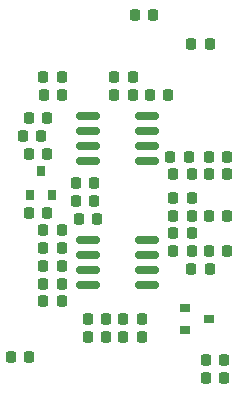
<source format=gtp>
G04 #@! TF.GenerationSoftware,KiCad,Pcbnew,(5.99.0-7307-g71ab42e60a)*
G04 #@! TF.CreationDate,2020-12-03T10:10:09+02:00*
G04 #@! TF.ProjectId,agudo,61677564-6f2e-46b6-9963-61645f706362,rev?*
G04 #@! TF.SameCoordinates,Original*
G04 #@! TF.FileFunction,Paste,Top*
G04 #@! TF.FilePolarity,Positive*
%FSLAX46Y46*%
G04 Gerber Fmt 4.6, Leading zero omitted, Abs format (unit mm)*
G04 Created by KiCad (PCBNEW (5.99.0-7307-g71ab42e60a)) date 2020-12-03 10:10:09*
%MOMM*%
%LPD*%
G01*
G04 APERTURE LIST*
G04 Aperture macros list*
%AMRoundRect*
0 Rectangle with rounded corners*
0 $1 Rounding radius*
0 $2 $3 $4 $5 $6 $7 $8 $9 X,Y pos of 4 corners*
0 Add a 4 corners polygon primitive as box body*
4,1,4,$2,$3,$4,$5,$6,$7,$8,$9,$2,$3,0*
0 Add four circle primitives for the rounded corners*
1,1,$1+$1,$2,$3,0*
1,1,$1+$1,$4,$5,0*
1,1,$1+$1,$6,$7,0*
1,1,$1+$1,$8,$9,0*
0 Add four rect primitives between the rounded corners*
20,1,$1+$1,$2,$3,$4,$5,0*
20,1,$1+$1,$4,$5,$6,$7,0*
20,1,$1+$1,$6,$7,$8,$9,0*
20,1,$1+$1,$8,$9,$2,$3,0*%
G04 Aperture macros list end*
%ADD10RoundRect,0.218750X0.218750X0.256250X-0.218750X0.256250X-0.218750X-0.256250X0.218750X-0.256250X0*%
%ADD11RoundRect,0.218750X-0.218750X-0.256250X0.218750X-0.256250X0.218750X0.256250X-0.218750X0.256250X0*%
%ADD12RoundRect,0.150000X-0.825000X-0.150000X0.825000X-0.150000X0.825000X0.150000X-0.825000X0.150000X0*%
%ADD13R,0.800000X0.900000*%
%ADD14R,0.900000X0.800000*%
G04 APERTURE END LIST*
D10*
G04 #@! TO.C,R13*
X80787500Y-117750000D03*
X79212500Y-117750000D03*
G04 #@! TD*
D11*
G04 #@! TO.C,R18*
X82212500Y-112750000D03*
X83787500Y-112750000D03*
G04 #@! TD*
D10*
G04 #@! TO.C,R5*
X69787500Y-120500000D03*
X68212500Y-120500000D03*
G04 #@! TD*
D11*
G04 #@! TO.C,R22*
X68212500Y-106000000D03*
X69787500Y-106000000D03*
G04 #@! TD*
G04 #@! TO.C,R21*
X71962500Y-126500000D03*
X73537500Y-126500000D03*
G04 #@! TD*
G04 #@! TO.C,C5*
X66962500Y-117500000D03*
X68537500Y-117500000D03*
G04 #@! TD*
G04 #@! TO.C,C3*
X81962500Y-131500000D03*
X83537500Y-131500000D03*
G04 #@! TD*
G04 #@! TO.C,C12*
X82212500Y-117750000D03*
X83787500Y-117750000D03*
G04 #@! TD*
G04 #@! TO.C,R15*
X79212500Y-116250000D03*
X80787500Y-116250000D03*
G04 #@! TD*
G04 #@! TO.C,C10*
X74231250Y-107500000D03*
X75806250Y-107500000D03*
G04 #@! TD*
D10*
G04 #@! TO.C,R19*
X68537500Y-109500000D03*
X66962500Y-109500000D03*
G04 #@! TD*
G04 #@! TO.C,R27*
X75806250Y-106000000D03*
X74231250Y-106000000D03*
G04 #@! TD*
D11*
G04 #@! TO.C,C6*
X82212500Y-120750000D03*
X83787500Y-120750000D03*
G04 #@! TD*
G04 #@! TO.C,R20*
X68231250Y-107500000D03*
X69806250Y-107500000D03*
G04 #@! TD*
D12*
G04 #@! TO.C,U2*
X72025000Y-109345000D03*
X72025000Y-110615000D03*
X72025000Y-111885000D03*
X72025000Y-113155000D03*
X76975000Y-113155000D03*
X76975000Y-111885000D03*
X76975000Y-110615000D03*
X76975000Y-109345000D03*
G04 #@! TD*
G04 #@! TO.C,U1*
X72025000Y-119845000D03*
X72025000Y-121115000D03*
X72025000Y-122385000D03*
X72025000Y-123655000D03*
X76975000Y-123655000D03*
X76975000Y-122385000D03*
X76975000Y-121115000D03*
X76975000Y-119845000D03*
G04 #@! TD*
D11*
G04 #@! TO.C,R26*
X74962500Y-128000000D03*
X76537500Y-128000000D03*
G04 #@! TD*
G04 #@! TO.C,R6*
X68212500Y-119000000D03*
X69787500Y-119000000D03*
G04 #@! TD*
G04 #@! TO.C,C7*
X66462500Y-111000000D03*
X68037500Y-111000000D03*
G04 #@! TD*
G04 #@! TO.C,C11*
X81962500Y-130000000D03*
X83537500Y-130000000D03*
G04 #@! TD*
G04 #@! TO.C,R10*
X71212500Y-118000000D03*
X72787500Y-118000000D03*
G04 #@! TD*
G04 #@! TO.C,R12*
X70962500Y-116500000D03*
X72537500Y-116500000D03*
G04 #@! TD*
G04 #@! TO.C,R9*
X74962500Y-126500000D03*
X76537500Y-126500000D03*
G04 #@! TD*
G04 #@! TO.C,R3*
X68212500Y-123500000D03*
X69787500Y-123500000D03*
G04 #@! TD*
D10*
G04 #@! TO.C,R1*
X67037500Y-129750000D03*
X65462500Y-129750000D03*
G04 #@! TD*
D11*
G04 #@! TO.C,R24*
X80712500Y-103250000D03*
X82287500Y-103250000D03*
G04 #@! TD*
G04 #@! TO.C,R17*
X66962500Y-112500000D03*
X68537500Y-112500000D03*
G04 #@! TD*
D10*
G04 #@! TO.C,R4*
X69787500Y-122000000D03*
X68212500Y-122000000D03*
G04 #@! TD*
D13*
G04 #@! TO.C,Q2*
X67050000Y-116000000D03*
X68000000Y-114000000D03*
X68950000Y-116000000D03*
G04 #@! TD*
D11*
G04 #@! TO.C,C1*
X68212500Y-125000000D03*
X69787500Y-125000000D03*
G04 #@! TD*
D10*
G04 #@! TO.C,R23*
X80537500Y-112750000D03*
X78962500Y-112750000D03*
G04 #@! TD*
G04 #@! TO.C,R8*
X80787500Y-120750000D03*
X79212500Y-120750000D03*
G04 #@! TD*
D11*
G04 #@! TO.C,R11*
X82212500Y-114250000D03*
X83787500Y-114250000D03*
G04 #@! TD*
D10*
G04 #@! TO.C,R14*
X77537500Y-100750000D03*
X75962500Y-100750000D03*
G04 #@! TD*
G04 #@! TO.C,R25*
X78806250Y-107500000D03*
X77231250Y-107500000D03*
G04 #@! TD*
D11*
G04 #@! TO.C,R2*
X79212500Y-114250000D03*
X80787500Y-114250000D03*
G04 #@! TD*
G04 #@! TO.C,R16*
X70962500Y-115000000D03*
X72537500Y-115000000D03*
G04 #@! TD*
D10*
G04 #@! TO.C,R7*
X80787500Y-119250000D03*
X79212500Y-119250000D03*
G04 #@! TD*
D14*
G04 #@! TO.C,Q1*
X80250000Y-125550000D03*
X82250000Y-126500000D03*
X80250000Y-127450000D03*
G04 #@! TD*
D11*
G04 #@! TO.C,C4*
X80712500Y-122250000D03*
X82287500Y-122250000D03*
G04 #@! TD*
G04 #@! TO.C,C9*
X71962500Y-128000000D03*
X73537500Y-128000000D03*
G04 #@! TD*
M02*

</source>
